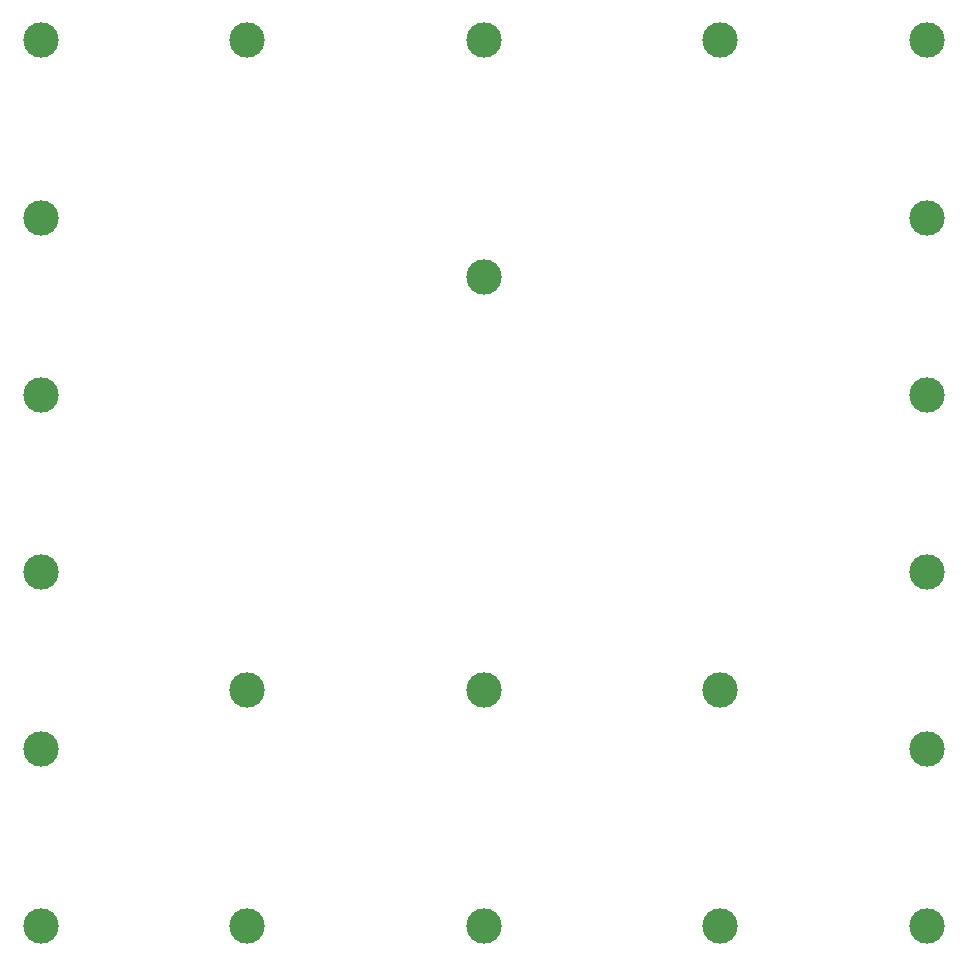
<source format=gbr>
G04 ===== Begin FILE IDENTIFICATION =====*
G04 File Format:  Gerber RS274X*
G04 ===== End FILE IDENTIFICATION =====*
%FSLAX24Y24*%
%MOIN*%
%SFA1.0000B1.0000*%
%OFA0.0B0.0*%
%ADD14C,0.118110*%
%LNhole*%
%IPPOS*%
%LPD*%
G75*
D14*
X24606Y31496D03*
X16732D03*
X8858D03*
X16732Y23622D03*
X24606Y9843D03*
X16732D03*
X8858D03*
X24606Y1969D03*
X16732D03*
X8858D03*
X31496Y31496D03*
Y25591D03*
Y19685D03*
Y13780D03*
Y7874D03*
Y1969D03*
X1969Y31496D03*
Y25591D03*
Y19685D03*
Y13780D03*
Y7874D03*
Y1969D03*
M02*


</source>
